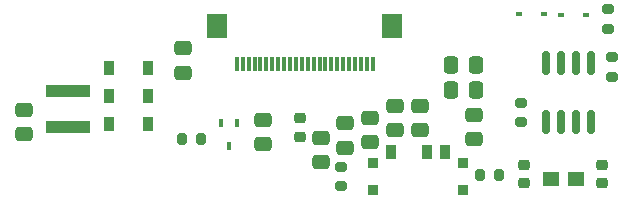
<source format=gtp>
G04 #@! TF.GenerationSoftware,KiCad,Pcbnew,6.0.8-f2edbf62ab~116~ubuntu20.04.1*
G04 #@! TF.CreationDate,2022-10-29T07:55:17+02:00*
G04 #@! TF.ProjectId,tinypico-goodisplay,74696e79-7069-4636-9f2d-676f6f646973,rev?*
G04 #@! TF.SameCoordinates,Original*
G04 #@! TF.FileFunction,Paste,Top*
G04 #@! TF.FilePolarity,Positive*
%FSLAX46Y46*%
G04 Gerber Fmt 4.6, Leading zero omitted, Abs format (unit mm)*
G04 Created by KiCad (PCBNEW 6.0.8-f2edbf62ab~116~ubuntu20.04.1) date 2022-10-29 07:55:17*
%MOMM*%
%LPD*%
G01*
G04 APERTURE LIST*
G04 Aperture macros list*
%AMRoundRect*
0 Rectangle with rounded corners*
0 $1 Rounding radius*
0 $2 $3 $4 $5 $6 $7 $8 $9 X,Y pos of 4 corners*
0 Add a 4 corners polygon primitive as box body*
4,1,4,$2,$3,$4,$5,$6,$7,$8,$9,$2,$3,0*
0 Add four circle primitives for the rounded corners*
1,1,$1+$1,$2,$3*
1,1,$1+$1,$4,$5*
1,1,$1+$1,$6,$7*
1,1,$1+$1,$8,$9*
0 Add four rect primitives between the rounded corners*
20,1,$1+$1,$2,$3,$4,$5,0*
20,1,$1+$1,$4,$5,$6,$7,0*
20,1,$1+$1,$6,$7,$8,$9,0*
20,1,$1+$1,$8,$9,$2,$3,0*%
G04 Aperture macros list end*
%ADD10RoundRect,0.250000X0.475000X-0.337500X0.475000X0.337500X-0.475000X0.337500X-0.475000X-0.337500X0*%
%ADD11RoundRect,0.250000X0.337500X0.475000X-0.337500X0.475000X-0.337500X-0.475000X0.337500X-0.475000X0*%
%ADD12R,0.600000X0.450000*%
%ADD13R,0.450000X0.700000*%
%ADD14RoundRect,0.200000X-0.200000X-0.275000X0.200000X-0.275000X0.200000X0.275000X-0.200000X0.275000X0*%
%ADD15R,1.422400X1.295400*%
%ADD16RoundRect,0.225000X0.250000X-0.225000X0.250000X0.225000X-0.250000X0.225000X-0.250000X-0.225000X0*%
%ADD17R,0.889000X1.244600*%
%ADD18R,0.812800X0.939800*%
%ADD19RoundRect,0.200000X0.275000X-0.200000X0.275000X0.200000X-0.275000X0.200000X-0.275000X-0.200000X0*%
%ADD20R,0.900000X1.200000*%
%ADD21R,3.708400X1.092200*%
%ADD22RoundRect,0.200000X0.200000X0.275000X-0.200000X0.275000X-0.200000X-0.275000X0.200000X-0.275000X0*%
%ADD23R,0.304800X1.193800*%
%ADD24R,1.803400X2.006600*%
%ADD25RoundRect,0.225000X-0.250000X0.225000X-0.250000X-0.225000X0.250000X-0.225000X0.250000X0.225000X0*%
%ADD26RoundRect,0.250000X-0.475000X0.337500X-0.475000X-0.337500X0.475000X-0.337500X0.475000X0.337500X0*%
%ADD27RoundRect,0.150000X0.150000X-0.825000X0.150000X0.825000X-0.150000X0.825000X-0.150000X-0.825000X0*%
G04 APERTURE END LIST*
D10*
X98950000Y-49537500D03*
X98950000Y-47462500D03*
D11*
X112087500Y-41350000D03*
X110012500Y-41350000D03*
D10*
X87250000Y-41987500D03*
X87250000Y-39912500D03*
D12*
X117850000Y-36995000D03*
X115750000Y-36995000D03*
D13*
X91850000Y-46200000D03*
X90550000Y-46200000D03*
X91200000Y-48200000D03*
D14*
X112425000Y-50600000D03*
X114075000Y-50600000D03*
D10*
X107350000Y-46837500D03*
X107350000Y-44762500D03*
D15*
X120592200Y-50950000D03*
X118407800Y-50950000D03*
D16*
X97200000Y-47375000D03*
X97200000Y-45825000D03*
D17*
X104942100Y-48664820D03*
X107939300Y-48664820D03*
X109437900Y-48664820D03*
D18*
X103390160Y-49609700D03*
X110989840Y-49609700D03*
X103390160Y-51870300D03*
X110989840Y-51870300D03*
D19*
X123300000Y-38250000D03*
X123300000Y-36600000D03*
D20*
X81050000Y-43950000D03*
X84350000Y-43950000D03*
D19*
X115950000Y-46175000D03*
X115950000Y-44525000D03*
D10*
X105250000Y-46837500D03*
X105250000Y-44762500D03*
X94050000Y-48037500D03*
X94050000Y-45962500D03*
D20*
X84350000Y-41550000D03*
X81050000Y-41550000D03*
D12*
X119300000Y-37050000D03*
X121400000Y-37050000D03*
D19*
X100700000Y-51575000D03*
X100700000Y-49925000D03*
D11*
X112087500Y-43450000D03*
X110012500Y-43450000D03*
D21*
X77550000Y-46548600D03*
X77550000Y-43551400D03*
D22*
X88825000Y-47550000D03*
X87175000Y-47550000D03*
D10*
X111950000Y-47587500D03*
X111950000Y-45512500D03*
D23*
X103350001Y-41199999D03*
X102850000Y-41199999D03*
X102350001Y-41199999D03*
X101849999Y-41199999D03*
X101350000Y-41199999D03*
X100850001Y-41199999D03*
X100350000Y-41199999D03*
X99850001Y-41199999D03*
X99349999Y-41199999D03*
X98850000Y-41199999D03*
X98350001Y-41199999D03*
X97850000Y-41199999D03*
X97350000Y-41199999D03*
X96849999Y-41199999D03*
X96350000Y-41199999D03*
X95850001Y-41199999D03*
X95349999Y-41199999D03*
X94850000Y-41199999D03*
X94349999Y-41199999D03*
X93850000Y-41199999D03*
X93350001Y-41199999D03*
X92849999Y-41199999D03*
X92350000Y-41199999D03*
X91850001Y-41199999D03*
D24*
X105000000Y-38050000D03*
X90200000Y-38050000D03*
D19*
X123650000Y-42300000D03*
X123650000Y-40650000D03*
D10*
X103150000Y-47837500D03*
X103150000Y-45762500D03*
D25*
X116200000Y-49775000D03*
X116200000Y-51325000D03*
D20*
X84350000Y-46350000D03*
X81050000Y-46350000D03*
D25*
X122800000Y-49775000D03*
X122800000Y-51325000D03*
D26*
X73800000Y-45100000D03*
X73800000Y-47175000D03*
D27*
X118045000Y-46125000D03*
X119315000Y-46125000D03*
X120585000Y-46125000D03*
X121855000Y-46125000D03*
X121855000Y-41175000D03*
X120585000Y-41175000D03*
X119315000Y-41175000D03*
X118045000Y-41175000D03*
D10*
X101000000Y-48337500D03*
X101000000Y-46262500D03*
M02*

</source>
